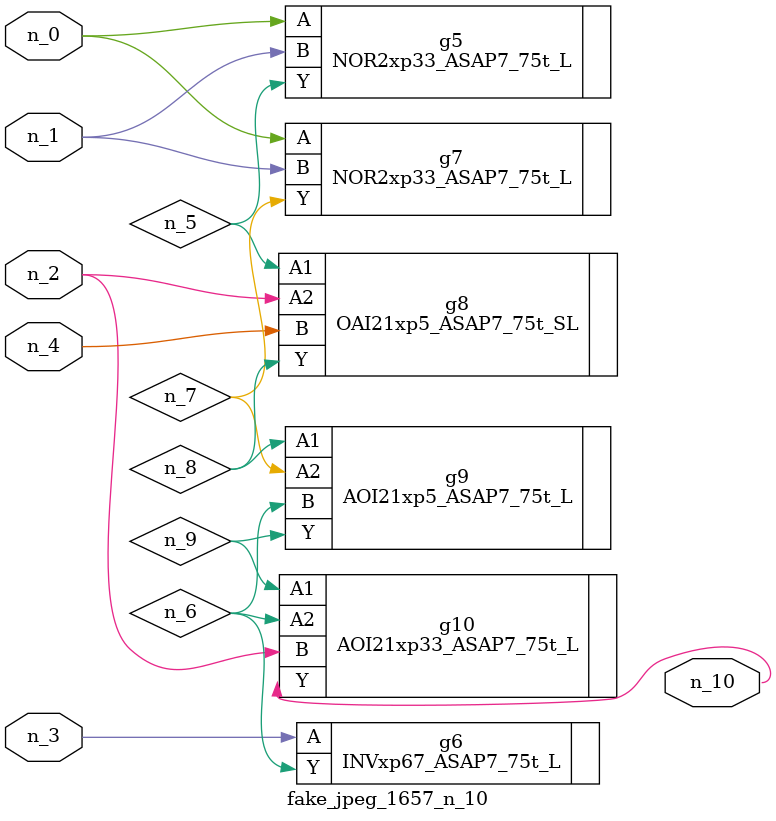
<source format=v>
module fake_jpeg_1657_n_10 (n_3, n_2, n_1, n_0, n_4, n_10);

input n_3;
input n_2;
input n_1;
input n_0;
input n_4;

output n_10;

wire n_8;
wire n_9;
wire n_6;
wire n_5;
wire n_7;

NOR2xp33_ASAP7_75t_L g5 ( 
.A(n_0),
.B(n_1),
.Y(n_5)
);

INVxp67_ASAP7_75t_L g6 ( 
.A(n_3),
.Y(n_6)
);

NOR2xp33_ASAP7_75t_L g7 ( 
.A(n_0),
.B(n_1),
.Y(n_7)
);

OAI21xp5_ASAP7_75t_SL g8 ( 
.A1(n_5),
.A2(n_2),
.B(n_4),
.Y(n_8)
);

AOI21xp5_ASAP7_75t_L g9 ( 
.A1(n_8),
.A2(n_7),
.B(n_6),
.Y(n_9)
);

AOI21xp33_ASAP7_75t_L g10 ( 
.A1(n_9),
.A2(n_6),
.B(n_2),
.Y(n_10)
);


endmodule
</source>
